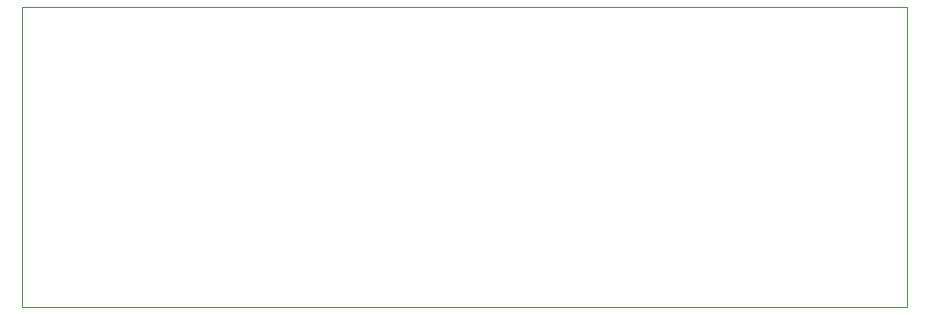
<source format=gko>
G04*
G04 #@! TF.GenerationSoftware,Altium Limited,Altium Designer,19.1.9 (167)*
G04*
G04 Layer_Color=16711935*
%FSLAX25Y25*%
%MOIN*%
G70*
G01*
G75*
%ADD75C,0.00000*%
D75*
X0Y0D02*
X295000D01*
Y100000D01*
X0D02*
X295000D01*
X0Y0D02*
Y100000D01*
M02*

</source>
